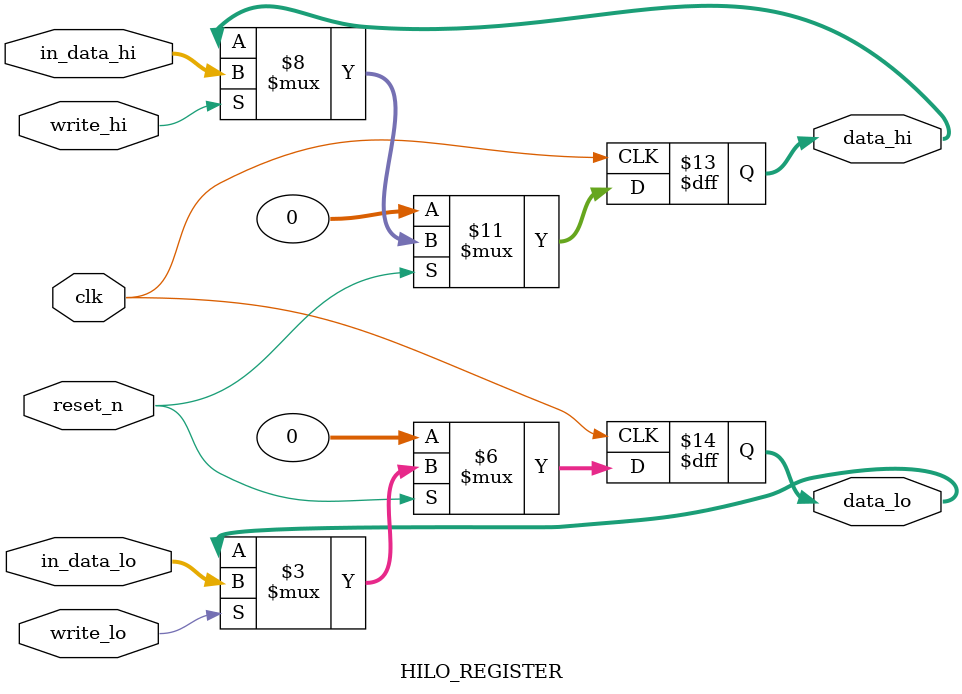
<source format=v>
module HILO_REGISTER(
    input reset_n,
    input clk,
    input write_hi,
    input write_lo,
    input [31:0] in_data_hi,
    input [31:0] in_data_lo,
    output reg [31:0] data_hi,
    output reg [31:0] data_lo
);

always @(posedge clk) begin
    if(!reset_n) begin
        data_hi <= 32'b0;
        data_lo <= 32'b0;
    end
    else begin
        if(write_hi) begin
            data_hi <= in_data_hi;
        end
        if(write_lo) begin
            data_lo <= in_data_lo;
        end
    end
end

endmodule

</source>
